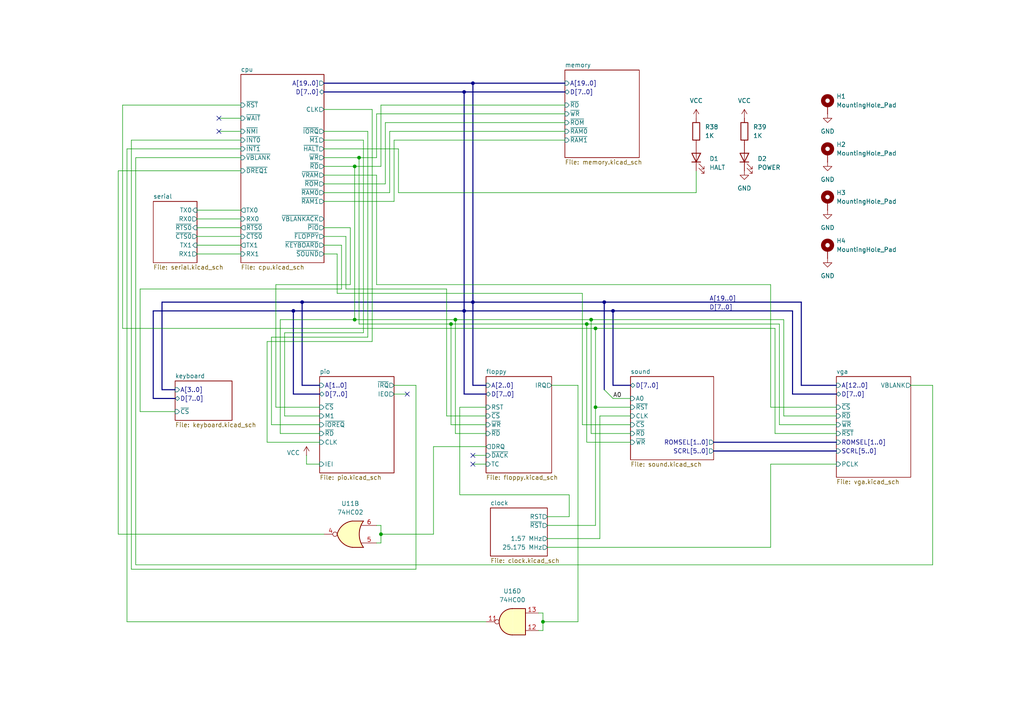
<source format=kicad_sch>
(kicad_sch (version 20250114) (generator "eeschema") (generator_version "9.0")
  (paper "A4")
  (lib_symbols
    (symbol "74xx:74HC00" (pin_names (offset 1.016))
      (property "Reference" "U" (at 0 1.27 0))
      (property "Value" "74HC00" (at 0 -1.27 0))
      (symbol "74HC00_1_1"
        (arc (start 0 3.81) (mid 3.7934 0) (end 0 -3.81) (stroke (width 0.254)) (fill (type background)))
        (polyline (pts (xy 0 3.81) (xy -3.81 3.81) (xy -3.81 -3.81) (xy 0 -3.81)) (stroke (width 0.254)) (fill (type background)))
        (pin input line (at -7.62 2.54 0) (length 3.81) (name "~") (number "1"))
        (pin input line (at -7.62 -2.54 0) (length 3.81) (name "~") (number "2"))
        (pin output inverted (at 7.62 0 180) (length 3.81) (name "~") (number "3"))
      )
      (symbol "74HC00_1_2"
        (arc (start -3.81 3.81) (mid -2.589 0) (end -3.81 -3.81) (stroke (width 0.254)))
        (polyline (pts (xy -3.81 3.81) (xy -0.635 3.81)) (stroke (width 0.254)) (fill (type background)))
        (polyline (pts (xy -3.81 -3.81) (xy -0.635 -3.81)) (stroke (width 0.254)) (fill (type background)))
        (arc (start 3.81 0) (mid 2.1855 -2.584) (end -0.6096 -3.81) (stroke (width 0.254)) (fill (type background)))
        (arc (start -0.6096 3.81) (mid 2.1928 2.5924) (end 3.81 0) (stroke (width 0.254)) (fill (type background)))
        (polyline (pts (xy -0.635 3.81) (xy -3.81 3.81) (xy -3.81 3.81) (xy -3.556 3.4036) (xy -3.0226 2.2606) (xy -2.6924 1.0414) (xy -2.6162 -0.254) (xy -2.7686 -1.4986) (xy -3.175 -2.7178) (xy -3.81 -3.81) (xy -3.81 -3.81) (xy -0.635 -3.81)) (stroke (width -25.4)) (fill (type background)))
        (pin input inverted (at -7.62 2.54 0) (length 4.318) (name "~") (number "1"))
        (pin input inverted (at -7.62 -2.54 0) (length 4.318) (name "~") (number "2"))
        (pin output line (at 7.62 0 180) (length 3.81) (name "~") (number "3"))
      )
      (symbol "74HC00_2_1"
        (arc (start 0 3.81) (mid 3.7934 0) (end 0 -3.81) (stroke (width 0.254)) (fill (type background)))
        (polyline (pts (xy 0 3.81) (xy -3.81 3.81) (xy -3.81 -3.81) (xy 0 -3.81)) (stroke (width 0.254)) (fill (type background)))
        (pin input line (at -7.62 2.54 0) (length 3.81) (name "~") (number "4"))
        (pin input line (at -7.62 -2.54 0) (length 3.81) (name "~") (number "5"))
        (pin output inverted (at 7.62 0 180) (length 3.81) (name "~") (number "6"))
      )
      (symbol "74HC00_2_2"
        (arc (start -3.81 3.81) (mid -2.589 0) (end -3.81 -3.81) (stroke (width 0.254)))
        (polyline (pts (xy -3.81 3.81) (xy -0.635 3.81)) (stroke (width 0.254)) (fill (type background)))
        (polyline (pts (xy -3.81 -3.81) (xy -0.635 -3.81)) (stroke (width 0.254)) (fill (type background)))
        (arc (start 3.81 0) (mid 2.1855 -2.584) (end -0.6096 -3.81) (stroke (width 0.254)) (fill (type background)))
        (arc (start -0.6096 3.81) (mid 2.1928 2.5924) (end 3.81 0) (stroke (width 0.254)) (fill (type background)))
        (polyline (pts (xy -0.635 3.81) (xy -3.81 3.81) (xy -3.81 3.81) (xy -3.556 3.4036) (xy -3.0226 2.2606) (xy -2.6924 1.0414) (xy -2.6162 -0.254) (xy -2.7686 -1.4986) (xy -3.175 -2.7178) (xy -3.81 -3.81) (xy -3.81 -3.81) (xy -0.635 -3.81)) (stroke (width -25.4)) (fill (type background)))
        (pin input inverted (at -7.62 2.54 0) (length 4.318) (name "~") (number "4"))
        (pin input inverted (at -7.62 -2.54 0) (length 4.318) (name "~") (number "5"))
        (pin output line (at 7.62 0 180) (length 3.81) (name "~") (number "6"))
      )
      (symbol "74HC00_3_1"
        (arc (start 0 3.81) (mid 3.7934 0) (end 0 -3.81) (stroke (width 0.254)) (fill (type background)))
        (polyline (pts (xy 0 3.81) (xy -3.81 3.81) (xy -3.81 -3.81) (xy 0 -3.81)) (stroke (width 0.254)) (fill (type background)))
        (pin input line (at -7.62 2.54 0) (length 3.81) (name "~") (number "9"))
        (pin input line (at -7.62 -2.54 0) (length 3.81) (name "~") (number "10"))
        (pin output inverted (at 7.62 0 180) (length 3.81) (name "~") (number "8"))
      )
      (symbol "74HC00_3_2"
        (arc (start -3.81 3.81) (mid -2.589 0) (end -3.81 -3.81) (stroke (width 0.254)))
        (polyline (pts (xy -3.81 3.81) (xy -0.635 3.81)) (stroke (width 0.254)) (fill (type background)))
        (polyline (pts (xy -3.81 -3.81) (xy -0.635 -3.81)) (stroke (width 0.254)) (fill (type background)))
        (arc (start 3.81 0) (mid 2.1855 -2.584) (end -0.6096 -3.81) (stroke (width 0.254)) (fill (type background)))
        (arc (start -0.6096 3.81) (mid 2.1928 2.5924) (end 3.81 0) (stroke (width 0.254)) (fill (type background)))
        (polyline (pts (xy -0.635 3.81) (xy -3.81 3.81) (xy -3.81 3.81) (xy -3.556 3.4036) (xy -3.0226 2.2606) (xy -2.6924 1.0414) (xy -2.6162 -0.254) (xy -2.7686 -1.4986) (xy -3.175 -2.7178) (xy -3.81 -3.81) (xy -3.81 -3.81) (xy -0.635 -3.81)) (stroke (width -25.4)) (fill (type background)))
        (pin input inverted (at -7.62 2.54 0) (length 4.318) (name "~") (number "9"))
        (pin input inverted (at -7.62 -2.54 0) (length 4.318) (name "~") (number "10"))
        (pin output line (at 7.62 0 180) (length 3.81) (name "~") (number "8"))
      )
      (symbol "74HC00_4_1"
        (arc (start 0 3.81) (mid 3.7934 0) (end 0 -3.81) (stroke (width 0.254)) (fill (type background)))
        (polyline (pts (xy 0 3.81) (xy -3.81 3.81) (xy -3.81 -3.81) (xy 0 -3.81)) (stroke (width 0.254)) (fill (type background)))
        (pin input line (at -7.62 2.54 0) (length 3.81) (name "~") (number "12"))
        (pin input line (at -7.62 -2.54 0) (length 3.81) (name "~") (number "13"))
        (pin output inverted (at 7.62 0 180) (length 3.81) (name "~") (number "11"))
      )
      (symbol "74HC00_4_2"
        (arc (start -3.81 3.81) (mid -2.589 0) (end -3.81 -3.81) (stroke (width 0.254)))
        (polyline (pts (xy -3.81 3.81) (xy -0.635 3.81)) (stroke (width 0.254)) (fill (type background)))
        (polyline (pts (xy -3.81 -3.81) (xy -0.635 -3.81)) (stroke (width 0.254)) (fill (type background)))
        (arc (start 3.81 0) (mid 2.1855 -2.584) (end -0.6096 -3.81) (stroke (width 0.254)) (fill (type background)))
        (arc (start -0.6096 3.81) (mid 2.1928 2.5924) (end 3.81 0) (stroke (width 0.254)) (fill (type background)))
        (polyline (pts (xy -0.635 3.81) (xy -3.81 3.81) (xy -3.81 3.81) (xy -3.556 3.4036) (xy -3.0226 2.2606) (xy -2.6924 1.0414) (xy -2.6162 -0.254) (xy -2.7686 -1.4986) (xy -3.175 -2.7178) (xy -3.81 -3.81) (xy -3.81 -3.81) (xy -0.635 -3.81)) (stroke (width -25.4)) (fill (type background)))
        (pin input inverted (at -7.62 2.54 0) (length 4.318) (name "~") (number "12"))
        (pin input inverted (at -7.62 -2.54 0) (length 4.318) (name "~") (number "13"))
        (pin output line (at 7.62 0 180) (length 3.81) (name "~") (number "11"))
      )
      (symbol "74HC00_5_0"
        (pin power_in line (at 0 12.7 270) (length 5.08) (name "VCC") (number "14"))
        (pin power_in line (at 0 -12.7 90) (length 5.08) (name "GND") (number "7"))
      )
      (symbol "74HC00_5_1"
        (rectangle (start -5.08 7.62) (end 5.08 -7.62) (stroke (width 0.254)) (fill (type background)))
      )
    )
    (symbol "74xx:74HC02" (pin_names (offset 1.016))
      (property "Reference" "U" (at 0 1.27 0))
      (property "Value" "74HC02" (at 0 -1.27 0))
      (symbol "74HC02_1_1"
        (arc (start -3.81 3.81) (mid -2.589 0) (end -3.81 -3.81) (stroke (width 0.254)))
        (polyline (pts (xy -3.81 3.81) (xy -0.635 3.81)) (stroke (width 0.254)) (fill (type background)))
        (polyline (pts (xy -3.81 -3.81) (xy -0.635 -3.81)) (stroke (width 0.254)) (fill (type background)))
        (arc (start 3.81 0) (mid 2.1855 -2.584) (end -0.6096 -3.81) (stroke (width 0.254)) (fill (type background)))
        (arc (start -0.6096 3.81) (mid 2.1928 2.5924) (end 3.81 0) (stroke (width 0.254)) (fill (type background)))
        (polyline (pts (xy -0.635 3.81) (xy -3.81 3.81) (xy -3.81 3.81) (xy -3.556 3.4036) (xy -3.0226 2.2606) (xy -2.6924 1.0414) (xy -2.6162 -0.254) (xy -2.7686 -1.4986) (xy -3.175 -2.7178) (xy -3.81 -3.81) (xy -3.81 -3.81) (xy -0.635 -3.81)) (stroke (width -25.4)) (fill (type background)))
        (pin input line (at -7.62 2.54 0) (length 4.318) (name "~") (number "2"))
        (pin input line (at -7.62 -2.54 0) (length 4.318) (name "~") (number "3"))
        (pin output inverted (at 7.62 0 180) (length 3.81) (name "~") (number "1"))
      )
      (symbol "74HC02_1_2"
        (arc (start 0 3.81) (mid 3.7934 0) (end 0 -3.81) (stroke (width 0.254)) (fill (type background)))
        (polyline (pts (xy 0 3.81) (xy -3.81 3.81) (xy -3.81 -3.81) (xy 0 -3.81)) (stroke (width 0.254)) (fill (type background)))
        (pin input inverted (at -7.62 2.54 0) (length 3.81) (name "~") (number "2"))
        (pin input inverted (at -7.62 -2.54 0) (length 3.81) (name "~") (number "3"))
        (pin output line (at 7.62 0 180) (length 3.81) (name "~") (number "1"))
      )
      (symbol "74HC02_2_1"
        (arc (start -3.81 3.81) (mid -2.589 0) (end -3.81 -3.81) (stroke (width 0.254)))
        (polyline (pts (xy -3.81 3.81) (xy -0.635 3.81)) (stroke (width 0.254)) (fill (type background)))
        (polyline (pts (xy -3.81 -3.81) (xy -0.635 -3.81)) (stroke (width 0.254)) (fill (type background)))
        (arc (start 3.81 0) (mid 2.1855 -2.584) (end -0.6096 -3.81) (stroke (width 0.254)) (fill (type background)))
        (arc (start -0.6096 3.81) (mid 2.1928 2.5924) (end 3.81 0) (stroke (width 0.254)) (fill (type background)))
        (polyline (pts (xy -0.635 3.81) (xy -3.81 3.81) (xy -3.81 3.81) (xy -3.556 3.4036) (xy -3.0226 2.2606) (xy -2.6924 1.0414) (xy -2.6162 -0.254) (xy -2.7686 -1.4986) (xy -3.175 -2.7178) (xy -3.81 -3.81) (xy -3.81 -3.81) (xy -0.635 -3.81)) (stroke (width -25.4)) (fill (type background)))
        (pin input line (at -7.62 2.54 0) (length 4.318) (name "~") (number "5"))
        (pin input line (at -7.62 -2.54 0) (length 4.318) (name "~") (number "6"))
        (pin output inverted (at 7.62 0 180) (length 3.81) (name "~") (number "4"))
      )
      (symbol "74HC02_2_2"
        (arc (start 0 3.81) (mid 3.7934 0) (end 0 -3.81) (stroke (width 0.254)) (fill (type background)))
        (polyline (pts (xy 0 3.81) (xy -3.81 3.81) (xy -3.81 -3.81) (xy 0 -3.81)) (stroke (width 0.254)) (fill (type background)))
        (pin input inverted (at -7.62 2.54 0) (length 3.81) (name "~") (number "5"))
        (pin input inverted (at -7.62 -2.54 0) (length 3.81) (name "~") (number "6"))
        (pin output line (at 7.62 0 180) (length 3.81) (name "~") (number "4"))
      )
      (symbol "74HC02_3_1"
        (arc (start -3.81 3.81) (mid -2.589 0) (end -3.81 -3.81) (stroke (width 0.254)))
        (polyline (pts (xy -3.81 3.81) (xy -0.635 3.81)) (stroke (width 0.254)) (fill (type background)))
        (polyline (pts (xy -3.81 -3.81) (xy -0.635 -3.81)) (stroke (width 0.254)) (fill (type background)))
        (arc (start 3.81 0) (mid 2.1855 -2.584) (end -0.6096 -3.81) (stroke (width 0.254)) (fill (type background)))
        (arc (start -0.6096 3.81) (mid 2.1928 2.5924) (end 3.81 0) (stroke (width 0.254)) (fill (type background)))
        (polyline (pts (xy -0.635 3.81) (xy -3.81 3.81) (xy -3.81 3.81) (xy -3.556 3.4036) (xy -3.0226 2.2606) (xy -2.6924 1.0414) (xy -2.6162 -0.254) (xy -2.7686 -1.4986) (xy -3.175 -2.7178) (xy -3.81 -3.81) (xy -3.81 -3.81) (xy -0.635 -3.81)) (stroke (width -25.4)) (fill (type background)))
        (pin input line (at -7.62 2.54 0) (length 4.318) (name "~") (number "8"))
        (pin input line (at -7.62 -2.54 0) (length 4.318) (name "~") (number "9"))
        (pin output inverted (at 7.62 0 180) (length 3.81) (name "~") (number "10"))
      )
      (symbol "74HC02_3_2"
        (arc (start 0 3.81) (mid 3.7934 0) (end 0 -3.81) (stroke (width 0.254)) (fill (type background)))
        (polyline (pts (xy 0 3.81) (xy -3.81 3.81) (xy -3.81 -3.81) (xy 0 -3.81)) (stroke (width 0.254)) (fill (type background)))
        (pin input inverted (at -7.62 2.54 0) (length 3.81) (name "~") (number "8"))
        (pin input inverted (at -7.62 -2.54 0) (length 3.81) (name "~") (number "9"))
        (pin output line (at 7.62 0 180) (length 3.81) (name "~") (number "10"))
      )
      (symbol "74HC02_4_1"
        (arc (start -3.81 3.81) (mid -2.589 0) (end -3.81 -3.81) (stroke (width 0.254)))
        (polyline (pts (xy -3.81 3.81) (xy -0.635 3.81)) (stroke (width 0.254)) (fill (type background)))
        (polyline (pts (xy -3.81 -3.81) (xy -0.635 -3.81)) (stroke (width 0.254)) (fill (type background)))
        (arc (start 3.81 0) (mid 2.1855 -2.584) (end -0.6096 -3.81) (stroke (width 0.254)) (fill (type background)))
        (arc (start -0.6096 3.81) (mid 2.1928 2.5924) (end 3.81 0) (stroke (width 0.254)) (fill (type background)))
        (polyline (pts (xy -0.635 3.81) (xy -3.81 3.81) (xy -3.81 3.81) (xy -3.556 3.4036) (xy -3.0226 2.2606) (xy -2.6924 1.0414) (xy -2.6162 -0.254) (xy -2.7686 -1.4986) (xy -3.175 -2.7178) (xy -3.81 -3.81) (xy -3.81 -3.81) (xy -0.635 -3.81)) (stroke (width -25.4)) (fill (type background)))
        (pin input line (at -7.62 2.54 0) (length 4.318) (name "~") (number "11"))
        (pin input line (at -7.62 -2.54 0) (length 4.318) (name "~") (number "12"))
        (pin output inverted (at 7.62 0 180) (length 3.81) (name "~") (number "13"))
      )
      (symbol "74HC02_4_2"
        (arc (start 0 3.81) (mid 3.7934 0) (end 0 -3.81) (stroke (width 0.254)) (fill (type background)))
        (polyline (pts (xy 0 3.81) (xy -3.81 3.81) (xy -3.81 -3.81) (xy 0 -3.81)) (stroke (width 0.254)) (fill (type background)))
        (pin input inverted (at -7.62 2.54 0) (length 3.81) (name "~") (number "11"))
        (pin input inverted (at -7.62 -2.54 0) (length 3.81) (name "~") (number "12"))
        (pin output line (at 7.62 0 180) (length 3.81) (name "~") (number "13"))
      )
      (symbol "74HC02_5_0"
        (pin power_in line (at 0 12.7 270) (length 5.08) (name "VCC") (number "14"))
        (pin power_in line (at 0 -12.7 90) (length 5.08) (name "GND") (number "7"))
      )
      (symbol "74HC02_5_1"
        (rectangle (start -5.08 7.62) (end 5.08 -7.62) (stroke (width 0.254)) (fill (type background)))
      )
    )
    (symbol "Device:LED" (pin_numbers (hide yes)) (pin_names (offset 1.016) (hide yes))
      (property "Reference" "D" (at 0 2.54 0))
      (property "Value" "LED" (at 0 -2.54 0))
      (symbol "LED_0_1"
        (polyline (pts (xy -3.048 -0.762) (xy -4.572 -2.286) (xy -3.81 -2.286) (xy -4.572 -2.286) (xy -4.572 -1.524)))
        (polyline (pts (xy -1.778 -0.762) (xy -3.302 -2.286) (xy -2.54 -2.286) (xy -3.302 -2.286) (xy -3.302 -1.524)))
        (polyline (pts (xy -1.27 0) (xy 1.27 0)))
        (polyline (pts (xy -1.27 -1.27) (xy -1.27 1.27)) (stroke (width 0.254)))
        (polyline (pts (xy 1.27 -1.27) (xy 1.27 1.27) (xy -1.27 0) (xy 1.27 -1.27)) (stroke (width 0.254)))
      )
      (symbol "LED_1_1"
        (pin passive line (at -3.81 0 0) (length 2.54) (name "K") (number "1"))
        (pin passive line (at 3.81 0 180) (length 2.54) (name "A") (number "2"))
      )
    )
    (symbol "Device:R" (pin_numbers (hide yes)) (pin_names (offset 0))
      (property "Reference" "R" (at 2.032 0 90))
      (property "Value" "R" (at 0 0 90))
      (symbol "R_0_1"
        (rectangle (start -1.016 -2.54) (end 1.016 2.54) (stroke (width 0.254)))
      )
      (symbol "R_1_1"
        (pin passive line (at 0 3.81 270) (length 1.27) (name "~") (number "1"))
        (pin passive line (at 0 -3.81 90) (length 1.27) (name "~") (number "2"))
      )
    )
    (symbol "Mechanical:MountingHole_Pad" (pin_numbers (hide yes)) (pin_names (offset 1.016) (hide yes)) (exclude_from_sim yes) (in_bom no)
      (property "Reference" "H" (at 0 6.35 0))
      (property "Value" "MountingHole_Pad" (at 0 4.445 0))
      (symbol "MountingHole_Pad_0_1"
        (circle (center 0 1.27) (radius 1.27) (stroke (width 1.27)))
      )
      (symbol "MountingHole_Pad_1_1"
        (pin input line (at 0 -2.54 90) (length 2.54) (name "1") (number "1"))
      )
    )
    (symbol "power:GND" (power) (pin_numbers (hide yes)) (pin_names (offset 0) (hide yes))
      (property "Value" "GND" (at 0 -3.81 0))
      (symbol "GND_0_1"
        (polyline (pts (xy 0 0) (xy 0 -1.27) (xy 1.27 -1.27) (xy 0 -2.54) (xy -1.27 -1.27) (xy 0 -1.27)))
      )
      (symbol "GND_1_1"
        (pin power_in line (at 0 0 270) (length 0) (name "~") (number "1"))
      )
    )
    (symbol "power:VCC" (power) (pin_numbers (hide yes)) (pin_names (offset 0) (hide yes))
      (property "Value" "VCC" (at 0 3.556 0))
      (symbol "VCC_0_1"
        (polyline (pts (xy -0.762 1.27) (xy 0 2.54)))
        (polyline (pts (xy 0 2.54) (xy 0.762 1.27)))
        (polyline (pts (xy 0 0) (xy 0 2.54)))
      )
      (symbol "VCC_1_1"
        (pin power_in line (at 0 0 90) (length 0) (name "~") (number "1"))
      )
    )
  )
  (junction (at 134.62 90.17))
  (junction (at 171.45 92.71))
  (junction (at 85.09 90.17))
  (junction (at 137.16 87.63))
  (junction (at 102.87 92.71))
  (junction (at 130.81 93.98))
  (junction (at 102.87 48.26))
  (junction (at 87.63 87.63))
  (junction (at 137.16 24.13))
  (junction (at 175.26 87.63))
  (junction (at 132.08 92.71))
  (junction (at 157.48 180.34))
  (junction (at 110.49 154.94))
  (junction (at 134.62 26.67))
  (junction (at 172.72 95.25))
  (junction (at 170.18 93.98))
  (junction (at 172.72 118.11))
  (junction (at 177.8 90.17))
  (junction (at 104.14 45.72))
  (no_connect (at 137.16 134.62))
  (no_connect (at 63.5 34.29))
  (no_connect (at 63.5 38.1))
  (no_connect (at 137.16 132.08))
  (no_connect (at 118.11 114.3))
  (bus_entry (at 175.26 113.03) (size 2.54 2.54))
  (wire (pts (xy 88.9 134.62) (xy 92.71 134.62)))
  (wire (pts (xy 158.75 156.21) (xy 173.99 156.21)))
  (bus (pts (xy 85.09 90.17) (xy 134.62 90.17)))
  (wire (pts (xy 168.91 85.09) (xy 168.91 123.19)))
  (wire (pts (xy 171.45 92.71) (xy 171.45 125.73)))
  (wire (pts (xy 115.57 55.88) (xy 201.93 55.88)))
  (wire (pts (xy 137.16 134.62) (xy 140.97 134.62)))
  (wire (pts (xy 133.35 143.51) (xy 165.1 143.51)))
  (wire (pts (xy 114.3 111.76) (xy 120.65 111.76)))
  (bus (pts (xy 137.16 24.13) (xy 137.16 87.63)))
  (wire (pts (xy 104.14 93.98) (xy 130.81 93.98)))
  (wire (pts (xy 97.79 73.66) (xy 97.79 85.09)))
  (wire (pts (xy 120.65 165.1) (xy 38.1 165.1)))
  (wire (pts (xy 110.49 157.48) (xy 110.49 154.94)))
  (wire (pts (xy 158.75 152.4) (xy 172.72 152.4)))
  (wire (pts (xy 81.28 92.71) (xy 102.87 92.71)))
  (wire (pts (xy 63.5 34.29) (xy 69.85 34.29)))
  (wire (pts (xy 97.79 85.09) (xy 168.91 85.09)))
  (wire (pts (xy 157.48 180.34) (xy 157.48 177.8)))
  (wire (pts (xy 172.72 95.25) (xy 172.72 118.11)))
  (wire (pts (xy 171.45 92.71) (xy 227.33 92.71)))
  (bus (pts (xy 134.62 90.17) (xy 134.62 114.3)))
  (wire (pts (xy 182.88 128.27) (xy 170.18 128.27)))
  (bus (pts (xy 137.16 87.63) (xy 175.26 87.63)))
  (wire (pts (xy 111.76 35.56) (xy 163.83 35.56)))
  (wire (pts (xy 107.95 99.06) (xy 77.47 99.06)))
  (wire (pts (xy 93.98 43.18) (xy 115.57 43.18)))
  (wire (pts (xy 170.18 93.98) (xy 226.06 93.98)))
  (wire (pts (xy 270.51 163.83) (xy 270.51 111.76)))
  (bus (pts (xy 134.62 26.67) (xy 134.62 90.17)))
  (wire (pts (xy 80.01 82.55) (xy 80.01 118.11)))
  (wire (pts (xy 77.47 99.06) (xy 77.47 128.27)))
  (bus (pts (xy 175.26 87.63) (xy 175.26 113.03)))
  (wire (pts (xy 224.79 95.25) (xy 224.79 125.73)))
  (wire (pts (xy 226.06 123.19) (xy 242.57 123.19)))
  (wire (pts (xy 93.98 68.58) (xy 100.33 68.58)))
  (wire (pts (xy 173.99 156.21) (xy 173.99 120.65)))
  (wire (pts (xy 110.49 48.26) (xy 102.87 48.26)))
  (wire (pts (xy 172.72 118.11) (xy 182.88 118.11)))
  (wire (pts (xy 101.6 66.04) (xy 101.6 82.55)))
  (wire (pts (xy 129.54 83.82) (xy 129.54 120.65)))
  (wire (pts (xy 93.98 66.04) (xy 101.6 66.04)))
  (wire (pts (xy 109.22 45.72) (xy 109.22 33.02)))
  (bus (pts (xy 87.63 87.63) (xy 87.63 111.76)))
  (bus (pts (xy 92.71 114.3) (xy 85.09 114.3)))
  (wire (pts (xy 115.57 43.18) (xy 115.57 55.88)))
  (wire (pts (xy 140.97 118.11) (xy 133.35 118.11)))
  (wire (pts (xy 57.15 71.12) (xy 69.85 71.12)))
  (bus (pts (xy 93.98 24.13) (xy 137.16 24.13)))
  (bus (pts (xy 137.16 111.76) (xy 137.16 87.63)))
  (wire (pts (xy 93.98 53.34) (xy 111.76 53.34)))
  (bus (pts (xy 44.45 90.17) (xy 85.09 90.17)))
  (wire (pts (xy 125.73 154.94) (xy 110.49 154.94)))
  (wire (pts (xy 120.65 111.76) (xy 120.65 165.1)))
  (wire (pts (xy 93.98 31.75) (xy 107.95 31.75)))
  (wire (pts (xy 132.08 92.71) (xy 171.45 92.71)))
  (bus (pts (xy 177.8 90.17) (xy 229.87 90.17)))
  (wire (pts (xy 35.56 95.25) (xy 172.72 95.25)))
  (bus (pts (xy 232.41 87.63) (xy 232.41 111.76)))
  (wire (pts (xy 80.01 118.11) (xy 92.71 118.11)))
  (wire (pts (xy 170.18 93.98) (xy 170.18 128.27)))
  (wire (pts (xy 110.49 30.48) (xy 163.83 30.48)))
  (wire (pts (xy 223.52 134.62) (xy 242.57 134.62)))
  (wire (pts (xy 113.03 55.88) (xy 113.03 38.1)))
  (wire (pts (xy 105.41 96.52) (xy 82.55 96.52)))
  (wire (pts (xy 182.88 125.73) (xy 171.45 125.73)))
  (wire (pts (xy 106.68 38.1) (xy 106.68 97.79)))
  (wire (pts (xy 140.97 129.54) (xy 125.73 129.54)))
  (wire (pts (xy 157.48 182.88) (xy 157.48 180.34)))
  (wire (pts (xy 36.83 43.18) (xy 69.85 43.18)))
  (wire (pts (xy 177.8 115.57) (xy 182.88 115.57)))
  (wire (pts (xy 93.98 71.12) (xy 99.06 71.12)))
  (wire (pts (xy 270.51 111.76) (xy 264.16 111.76)))
  (wire (pts (xy 223.52 158.75) (xy 223.52 134.62)))
  (bus (pts (xy 134.62 26.67) (xy 163.83 26.67)))
  (wire (pts (xy 223.52 118.11) (xy 242.57 118.11)))
  (wire (pts (xy 39.37 163.83) (xy 270.51 163.83)))
  (wire (pts (xy 100.33 68.58) (xy 100.33 83.82)))
  (wire (pts (xy 102.87 48.26) (xy 102.87 92.71)))
  (wire (pts (xy 78.74 97.79) (xy 78.74 123.19)))
  (bus (pts (xy 44.45 90.17) (xy 44.45 115.57)))
  (wire (pts (xy 114.3 58.42) (xy 114.3 40.64)))
  (wire (pts (xy 34.29 49.53) (xy 34.29 154.94)))
  (wire (pts (xy 38.1 40.64) (xy 69.85 40.64)))
  (wire (pts (xy 165.1 143.51) (xy 165.1 149.86)))
  (wire (pts (xy 110.49 152.4) (xy 109.22 152.4)))
  (wire (pts (xy 102.87 92.71) (xy 132.08 92.71)))
  (wire (pts (xy 100.33 83.82) (xy 129.54 83.82)))
  (wire (pts (xy 132.08 125.73) (xy 140.97 125.73)))
  (wire (pts (xy 63.5 38.1) (xy 69.85 38.1)))
  (wire (pts (xy 172.72 95.25) (xy 224.79 95.25)))
  (wire (pts (xy 133.35 118.11) (xy 133.35 143.51)))
  (bus (pts (xy 46.99 87.63) (xy 46.99 113.03)))
  (wire (pts (xy 35.56 30.48) (xy 69.85 30.48)))
  (wire (pts (xy 111.76 53.34) (xy 111.76 35.56)))
  (wire (pts (xy 130.81 93.98) (xy 170.18 93.98)))
  (wire (pts (xy 227.33 92.71) (xy 227.33 120.65)))
  (bus (pts (xy 93.98 26.67) (xy 134.62 26.67)))
  (bus (pts (xy 134.62 114.3) (xy 140.97 114.3)))
  (wire (pts (xy 114.3 114.3) (xy 118.11 114.3)))
  (wire (pts (xy 137.16 132.08) (xy 140.97 132.08)))
  (bus (pts (xy 134.62 90.17) (xy 177.8 90.17)))
  (bus (pts (xy 87.63 111.76) (xy 92.71 111.76)))
  (wire (pts (xy 201.93 55.88) (xy 201.93 49.53)))
  (wire (pts (xy 106.68 97.79) (xy 78.74 97.79)))
  (wire (pts (xy 130.81 93.98) (xy 130.81 123.19)))
  (wire (pts (xy 160.02 111.76) (xy 167.64 111.76)))
  (bus (pts (xy 207.01 130.81) (xy 242.57 130.81)))
  (wire (pts (xy 110.49 154.94) (xy 110.49 152.4)))
  (wire (pts (xy 77.47 128.27) (xy 92.71 128.27)))
  (wire (pts (xy 172.72 152.4) (xy 172.72 118.11)))
  (bus (pts (xy 229.87 114.3) (xy 242.57 114.3)))
  (wire (pts (xy 223.52 82.55) (xy 223.52 118.11)))
  (wire (pts (xy 130.81 123.19) (xy 140.97 123.19)))
  (wire (pts (xy 157.48 177.8) (xy 156.21 177.8)))
  (wire (pts (xy 109.22 50.8) (xy 109.22 82.55)))
  (wire (pts (xy 224.79 125.73) (xy 242.57 125.73)))
  (wire (pts (xy 40.64 119.38) (xy 50.8 119.38)))
  (bus (pts (xy 177.8 111.76) (xy 177.8 90.17)))
  (wire (pts (xy 156.21 182.88) (xy 157.48 182.88)))
  (wire (pts (xy 40.64 83.82) (xy 40.64 119.38)))
  (wire (pts (xy 34.29 154.94) (xy 93.98 154.94)))
  (wire (pts (xy 93.98 58.42) (xy 114.3 58.42)))
  (bus (pts (xy 46.99 87.63) (xy 87.63 87.63)))
  (wire (pts (xy 93.98 40.64) (xy 105.41 40.64)))
  (wire (pts (xy 105.41 40.64) (xy 105.41 96.52)))
  (wire (pts (xy 110.49 48.26) (xy 110.49 30.48)))
  (bus (pts (xy 87.63 87.63) (xy 137.16 87.63)))
  (wire (pts (xy 114.3 40.64) (xy 163.83 40.64)))
  (wire (pts (xy 38.1 165.1) (xy 38.1 40.64)))
  (bus (pts (xy 232.41 111.76) (xy 242.57 111.76)))
  (wire (pts (xy 82.55 96.52) (xy 82.55 120.65)))
  (wire (pts (xy 93.98 55.88) (xy 113.03 55.88)))
  (wire (pts (xy 35.56 95.25) (xy 35.56 30.48)))
  (wire (pts (xy 173.99 120.65) (xy 182.88 120.65)))
  (bus (pts (xy 229.87 90.17) (xy 229.87 114.3)))
  (wire (pts (xy 93.98 73.66) (xy 97.79 73.66)))
  (wire (pts (xy 109.22 33.02) (xy 163.83 33.02)))
  (wire (pts (xy 88.9 132.08) (xy 88.9 134.62)))
  (wire (pts (xy 104.14 45.72) (xy 109.22 45.72)))
  (wire (pts (xy 99.06 83.82) (xy 40.64 83.82)))
  (wire (pts (xy 167.64 111.76) (xy 167.64 180.34)))
  (wire (pts (xy 57.15 68.58) (xy 69.85 68.58)))
  (wire (pts (xy 93.98 38.1) (xy 106.68 38.1)))
  (wire (pts (xy 99.06 71.12) (xy 99.06 83.82)))
  (wire (pts (xy 69.85 49.53) (xy 34.29 49.53)))
  (wire (pts (xy 109.22 82.55) (xy 223.52 82.55)))
  (wire (pts (xy 227.33 120.65) (xy 242.57 120.65)))
  (bus (pts (xy 85.09 90.17) (xy 85.09 114.3)))
  (wire (pts (xy 57.15 66.04) (xy 69.85 66.04)))
  (wire (pts (xy 69.85 45.72) (xy 39.37 45.72)))
  (wire (pts (xy 39.37 45.72) (xy 39.37 163.83)))
  (wire (pts (xy 36.83 43.18) (xy 36.83 180.34)))
  (wire (pts (xy 57.15 63.5) (xy 69.85 63.5)))
  (wire (pts (xy 168.91 123.19) (xy 182.88 123.19)))
  (wire (pts (xy 57.15 60.96) (xy 69.85 60.96)))
  (wire (pts (xy 158.75 158.75) (xy 223.52 158.75)))
  (wire (pts (xy 129.54 120.65) (xy 140.97 120.65)))
  (wire (pts (xy 82.55 120.65) (xy 92.71 120.65)))
  (wire (pts (xy 125.73 129.54) (xy 125.73 154.94)))
  (wire (pts (xy 104.14 45.72) (xy 104.14 93.98)))
  (bus (pts (xy 207.01 128.27) (xy 242.57 128.27)))
  (wire (pts (xy 107.95 31.75) (xy 107.95 99.06)))
  (wire (pts (xy 140.97 180.34) (xy 36.83 180.34)))
  (wire (pts (xy 113.03 38.1) (xy 163.83 38.1)))
  (wire (pts (xy 93.98 48.26) (xy 102.87 48.26)))
  (wire (pts (xy 104.14 45.72) (xy 93.98 45.72)))
  (bus (pts (xy 175.26 87.63) (xy 232.41 87.63)))
  (wire (pts (xy 226.06 93.98) (xy 226.06 123.19)))
  (bus (pts (xy 137.16 111.76) (xy 140.97 111.76)))
  (wire (pts (xy 165.1 149.86) (xy 158.75 149.86)))
  (wire (pts (xy 93.98 50.8) (xy 109.22 50.8)))
  (wire (pts (xy 132.08 92.71) (xy 132.08 125.73)))
  (wire (pts (xy 78.74 123.19) (xy 92.71 123.19)))
  (bus (pts (xy 137.16 24.13) (xy 163.83 24.13)))
  (wire (pts (xy 57.15 73.66) (xy 69.85 73.66)))
  (wire (pts (xy 109.22 157.48) (xy 110.49 157.48)))
  (bus (pts (xy 46.99 113.03) (xy 50.8 113.03)))
  (wire (pts (xy 81.28 92.71) (xy 81.28 125.73)))
  (wire (pts (xy 101.6 82.55) (xy 80.01 82.55)))
  (bus (pts (xy 44.45 115.57) (xy 50.8 115.57)))
  (wire (pts (xy 81.28 125.73) (xy 92.71 125.73)))
  (wire (pts (xy 167.64 180.34) (xy 157.48 180.34)))
  (bus (pts (xy 182.88 111.76) (xy 177.8 111.76)))
  (label "A0" (at 177.8 115.57 0))
  (label "D[7..0]" (at 205.74 90.17 0))
  (label "A[19..0]" (at 205.74 87.63 0))
  (symbol (lib_id "74xx:74HC02") (at 101.6 154.94 180) (unit 2)
    (property "Reference" "U11" (at 101.6 146.05 0))
    (property "Value" "74HC02" (at 101.6 148.59 0))
    (property "Footprint" "Package_DIP:DIP-14_W7.62mm" (effects (hide yes)))
    (property "Datasheet" "http://www.ti.com/lit/gpn/sn74hc02" (effects (hide yes)))
    (property "Description" "quad 2-input NOR gate" (effects (hide yes)))
  )
  (symbol (lib_id "74xx:74HC00") (at 148.59 180.34 180) (unit 4)
    (property "Reference" "U16" (at 148.5983 171.45 0))
    (property "Value" "74HC00" (at 148.5983 173.99 0))
    (property "Footprint" "Package_DIP:DIP-14_W7.62mm" (effects (hide yes)))
    (property "Datasheet" "http://www.ti.com/lit/gpn/sn74hc00" (effects (hide yes)))
    (property "Description" "quad 2-input NAND gate" (effects (hide yes)))
  )
  (symbol (lib_id "Mechanical:MountingHole_Pad") (at 240.03 44.45 0) (unit 1) (exclude_from_sim yes) (in_bom no)
    (property "Reference" "H2" (at 242.57 41.9099 0) (effects (justify left)))
    (property "Value" "MountingHole_Pad" (at 242.57 44.4499 0) (effects (justify left)))
    (property "Footprint" "MountingHole:MountingHole_3.2mm_M3_Pad_Via" (effects (hide yes)))
    (property "Description" "Mounting Hole with connection" (effects (hide yes)))
  )
  (symbol (lib_id "power:VCC") (at 201.93 34.29 0) (unit 1)
    (property "Reference" "#PWR087" (effects (hide yes)))
    (property "Value" "VCC" (at 201.93 29.21 0))
    (property "Description" "Power symbol creates a global label with name \"VCC\"" (effects (hide yes)))
  )
  (symbol (lib_id "Device:LED") (at 201.93 45.72 90) (unit 1)
    (property "Reference" "D1" (at 205.74 46.0374 90) (effects (justify right)))
    (property "Value" "HALT" (at 205.74 48.5774 90) (effects (justify right)))
    (property "Footprint" "LED_THT:LED_D5.0mm" (effects (hide yes)))
    (property "Description" "Light emitting diode" (effects (hide yes)))
  )
  (symbol (lib_id "Mechanical:MountingHole_Pad") (at 240.03 30.48 0) (unit 1) (exclude_from_sim yes) (in_bom no)
    (property "Reference" "H1" (at 242.57 27.9399 0) (effects (justify left)))
    (property "Value" "MountingHole_Pad" (at 242.57 30.4799 0) (effects (justify left)))
    (property "Footprint" "MountingHole:MountingHole_3.2mm_M3_Pad_Via" (effects (hide yes)))
    (property "Description" "Mounting Hole with connection" (effects (hide yes)))
  )
  (symbol (lib_id "Mechanical:MountingHole_Pad") (at 240.03 58.42 0) (unit 1) (exclude_from_sim yes) (in_bom no)
    (property "Reference" "H3" (at 242.57 55.8799 0) (effects (justify left)))
    (property "Value" "MountingHole_Pad" (at 242.57 58.4199 0) (effects (justify left)))
    (property "Footprint" "MountingHole:MountingHole_3.2mm_M3_Pad_Via" (effects (hide yes)))
    (property "Description" "Mounting Hole with connection" (effects (hide yes)))
  )
  (symbol (lib_id "Device:R") (at 215.9 38.1 0) (unit 1)
    (property "Reference" "R39" (at 218.44 36.8299 0) (effects (justify left)))
    (property "Value" "1K" (at 218.44 39.3699 0) (effects (justify left)))
    (property "Footprint" "Resistor_THT:R_Axial_DIN0207_L6.3mm_D2.5mm_P7.62mm_Horizontal" (effects (hide yes)))
    (property "Description" "Resistor" (effects (hide yes)))
  )
  (symbol (lib_id "power:GND") (at 215.9 49.53 0) (unit 1)
    (property "Reference" "#PWR0190" (effects (hide yes)))
    (property "Value" "GND" (at 215.9 54.61 0))
    (property "Description" "Power symbol creates a global label with name \"GND\" , ground" (effects (hide yes)))
  )
  (symbol (lib_id "power:GND") (at 240.03 74.93 0) (unit 1)
    (property "Reference" "#PWR0103" (effects (hide yes)))
    (property "Value" "GND" (at 240.03 80.01 0))
    (property "Description" "Power symbol creates a global label with name \"GND\" , ground" (effects (hide yes)))
  )
  (symbol (lib_id "power:GND") (at 240.03 46.99 0) (unit 1)
    (property "Reference" "#PWR0101" (effects (hide yes)))
    (property "Value" "GND" (at 240.03 52.07 0))
    (property "Description" "Power symbol creates a global label with name \"GND\" , ground" (effects (hide yes)))
  )
  (symbol (lib_id "Mechanical:MountingHole_Pad") (at 240.03 72.39 0) (unit 1) (exclude_from_sim yes) (in_bom no)
    (property "Reference" "H4" (at 242.57 69.8499 0) (effects (justify left)))
    (property "Value" "MountingHole_Pad" (at 242.57 72.3899 0) (effects (justify left)))
    (property "Footprint" "MountingHole:MountingHole_3.2mm_M3_Pad_Via" (effects (hide yes)))
    (property "Description" "Mounting Hole with connection" (effects (hide yes)))
  )
  (symbol (lib_id "power:VCC") (at 215.9 34.29 0) (unit 1)
    (property "Reference" "#PWR0166" (effects (hide yes)))
    (property "Value" "VCC" (at 215.9 29.21 0))
    (property "Description" "Power symbol creates a global label with name \"VCC\"" (effects (hide yes)))
  )
  (symbol (lib_id "Device:R") (at 201.93 38.1 0) (unit 1)
    (property "Reference" "R38" (at 204.47 36.8299 0) (effects (justify left)))
    (property "Value" "1K" (at 204.47 39.3699 0) (effects (justify left)))
    (property "Footprint" "Resistor_THT:R_Axial_DIN0207_L6.3mm_D2.5mm_P7.62mm_Horizontal" (effects (hide yes)))
    (property "Description" "Resistor" (effects (hide yes)))
  )
  (symbol (lib_id "power:GND") (at 240.03 33.02 0) (unit 1)
    (property "Reference" "#PWR0104" (effects (hide yes)))
    (property "Value" "GND" (at 240.03 38.1 0))
    (property "Description" "Power symbol creates a global label with name \"GND\" , ground" (effects (hide yes)))
  )
  (symbol (lib_id "power:GND") (at 240.03 60.96 0) (unit 1)
    (property "Reference" "#PWR0102" (effects (hide yes)))
    (property "Value" "GND" (at 240.03 66.04 0))
    (property "Description" "Power symbol creates a global label with name \"GND\" , ground" (effects (hide yes)))
  )
  (symbol (lib_id "power:VCC") (at 88.9 132.08 0) (unit 1)
    (property "Reference" "#PWR0152" (effects (hide yes)))
    (property "Value" "VCC" (at 85.09 131.318 0))
    (property "Description" "Power symbol creates a global label with name \"VCC\"" (effects (hide yes)))
  )
  (symbol (lib_id "Device:LED") (at 215.9 45.72 90) (unit 1)
    (property "Reference" "D2" (at 219.71 46.0374 90) (effects (justify right)))
    (property "Value" "POWER" (at 219.71 48.5774 90) (effects (justify right)))
    (property "Footprint" "LED_THT:LED_D5.0mm" (effects (hide yes)))
    (property "Description" "Light emitting diode" (effects (hide yes)))
  )
  (sheet (at 182.88 109.22) (size 24.13 24.13) (stroke (width 0.1524))
    (property "Sheetname" "sound" (at 182.88 108.5084 0) (effects (justify left bottom)))
    (property "Sheetfile" "sound.kicad_sch" (at 182.88 133.9346 0) (effects (justify left top)))
    (pin "D[7..0]" bidirectional (at 182.88 111.76 180))
    (pin "~{RST}" input (at 182.88 118.11 180))
    (pin "CLK" input (at 182.88 120.65 180))
    (pin "~{RD}" input (at 182.88 125.73 180))
    (pin "~{CS}" input (at 182.88 123.19 180))
    (pin "~{WR}" input (at 182.88 128.27 180))
    (pin "SCRL[5..0]" output (at 207.01 130.81 0))
    (pin "ROMSEL[1..0]" output (at 207.01 128.27 0))
    (pin "A0" input (at 182.88 115.57 180))
  )
  (sheet (at 92.71 109.22) (size 21.59 27.94) (stroke (width 0.1524))
    (property "Sheetname" "pio" (at 92.71 108.5084 0) (effects (justify left bottom)))
    (property "Sheetfile" "pio.kicad_sch" (at 92.71 137.7446 0) (effects (justify left top)))
    (pin "~{CS}" input (at 92.71 118.11 180))
    (pin "M1" input (at 92.71 120.65 180))
    (pin "~{IOREQ}" input (at 92.71 123.19 180))
    (pin "~{RD}" input (at 92.71 125.73 180))
    (pin "CLK" input (at 92.71 128.27 180))
    (pin "IEI" input (at 92.71 134.62 180))
    (pin "IEO" output (at 114.3 114.3 0))
    (pin "D[7..0]" bidirectional (at 92.71 114.3 180))
    (pin "~{IRQ}" output (at 114.3 111.76 0))
    (pin "A[1..0]" input (at 92.71 111.76 180))
  )
  (sheet (at 50.8 110.49) (size 16.51 11.43) (stroke (width 0.1524))
    (property "Sheetname" "keyboard" (at 50.8 109.7784 0) (effects (justify left bottom)))
    (property "Sheetfile" "keyboard.kicad_sch" (at 50.8 122.5046 0) (effects (justify left top)))
    (pin "D[7..0]" tri_state (at 50.8 115.57 180))
    (pin "~{CS}" input (at 50.8 119.38 180))
    (pin "A[3..0]" input (at 50.8 113.03 180))
  )
  (sheet (at 44.45 58.42) (size 12.7 17.78) (stroke (width 0.1524))
    (property "Sheetname" "serial" (at 44.45 57.7084 0) (effects (justify left bottom)))
    (property "Sheetfile" "serial.kicad_sch" (at 44.45 76.7846 0) (effects (justify left top)))
    (pin "TX0" input (at 57.15 60.96 0))
    (pin "~{RTS0}" input (at 57.15 66.04 0))
    (pin "RX0" output (at 57.15 63.5 0))
    (pin "~{CTS0}" output (at 57.15 68.58 0))
    (pin "TX1" input (at 57.15 71.12 0))
    (pin "RX1" output (at 57.15 73.66 0))
  )
  (sheet (at 140.97 109.22) (size 19.05 27.94) (stroke (width 0.1524))
    (property "Sheetname" "floppy" (at 140.97 108.5084 0) (effects (justify left bottom)))
    (property "Sheetfile" "floppy.kicad_sch" (at 140.97 137.7446 0) (effects (justify left top)))
    (pin "D[7..0]" bidirectional (at 140.97 114.3 180))
    (pin "RST" input (at 140.97 118.11 180))
    (pin "~{WR}" input (at 140.97 123.19 180))
    (pin "~{CS}" input (at 140.97 120.65 180))
    (pin "~{RD}" input (at 140.97 125.73 180))
    (pin "~{DACK}" input (at 140.97 132.08 180))
    (pin "IRQ" output (at 160.02 111.76 0))
    (pin "TC" input (at 140.97 134.62 180))
    (pin "DRQ" output (at 140.97 129.54 180))
    (pin "A[2..0]" input (at 140.97 111.76 180))
  )
  (sheet (at 142.24 147.32) (size 16.51 13.97) (stroke (width 0.1524))
    (property "Sheetname" "clock" (at 142.24 146.6084 0) (effects (justify left bottom)))
    (property "Sheetfile" "clock.kicad_sch" (at 142.24 161.8746 0) (effects (justify left top)))
    (pin "RST" output (at 158.75 149.86 0))
    (pin "~{RST}" output (at 158.75 152.4 0))
    (pin "1.57 MHz" output (at 158.75 156.21 0))
    (pin "25.175 MHz" output (at 158.75 158.75 0))
  )
  (sheet (at 163.83 20.32) (size 21.59 25.4) (stroke (width 0.1524))
    (property "Sheetname" "memory" (at 163.83 19.6084 0) (effects (justify left bottom)))
    (property "Sheetfile" "memory.kicad_sch" (at 163.83 46.3046 0) (effects (justify left top)))
    (pin "~{WR}" input (at 163.83 33.02 180))
    (pin "D[7..0]" bidirectional (at 163.83 26.67 180))
    (pin "A[19..0]" input (at 163.83 24.13 180))
    (pin "~{RD}" input (at 163.83 30.48 180))
    (pin "~{ROM}" input (at 163.83 35.56 180))
    (pin "~{RAM0}" input (at 163.83 38.1 180))
    (pin "~{RAM1}" input (at 163.83 40.64 180))
  )
  (sheet (at 242.57 109.22) (size 21.59 29.21) (stroke (width 0.1524))
    (property "Sheetname" "vga" (at 242.57 108.5084 0) (effects (justify left bottom)))
    (property "Sheetfile" "vga.kicad_sch" (at 242.57 139.0146 0) (effects (justify left top)))
    (pin "~{RD}" input (at 242.57 120.65 180))
    (pin "D[7..0]" bidirectional (at 242.57 114.3 180))
    (pin "SCRL[5..0]" input (at 242.57 130.81 180))
    (pin "~{CS}" input (at 242.57 118.11 180))
    (pin "PCLK" input (at 242.57 134.62 180))
    (pin "~{RST}" input (at 242.57 125.73 180))
    (pin "~{WR}" input (at 242.57 123.19 180))
    (pin "ROMSEL[1..0]" input (at 242.57 128.27 180))
    (pin "VBLANK" output (at 264.16 111.76 0))
    (pin "A[12..0]" input (at 242.57 111.76 180))
  )
  (sheet (at 69.85 21.59) (size 24.13 54.61) (stroke (width 0.1524))
    (property "Sheetname" "cpu" (at 69.85 20.8784 0) (effects (justify left bottom)))
    (property "Sheetfile" "cpu.kicad_sch" (at 69.85 76.7846 0) (effects (justify left top)))
    (pin "A[19..0]" output (at 93.98 24.13 0))
    (pin "D[7..0]" bidirectional (at 93.98 26.67 0))
    (pin "RX1" input (at 69.85 73.66 180))
    (pin "TX1" output (at 69.85 71.12 180))
    (pin "TX0" output (at 69.85 60.96 180))
    (pin "RX0" input (at 69.85 63.5 180))
    (pin "~{RST}" input (at 69.85 30.48 180))
    (pin "CLK" output (at 93.98 31.75 0))
    (pin "~{WAIT}" input (at 69.85 34.29 180))
    (pin "~{INT1}" input (at 69.85 43.18 180))
    (pin "~{NMI}" input (at 69.85 38.1 180))
    (pin "~{INT0}" input (at 69.85 40.64 180))
    (pin "~{VRAM}" output (at 93.98 50.8 0))
    (pin "~{ROM}" output (at 93.98 53.34 0))
    (pin "~{PIO}" output (at 93.98 66.04 0))
    (pin "~{FLOPPY}" output (at 93.98 68.58 0))
    (pin "~{KEYBOARD}" output (at 93.98 71.12 0))
    (pin "~{SOUND}" output (at 93.98 73.66 0))
    (pin "~{IORQ}" output (at 93.98 38.1 0))
    (pin "~{M1}" output (at 93.98 40.64 0))
    (pin "~{HALT}" output (at 93.98 43.18 0))
    (pin "~{WR}" output (at 93.98 45.72 0))
    (pin "~{RD}" output (at 93.98 48.26 0))
    (pin "~{RTS0}" output (at 69.85 66.04 180))
    (pin "~{CTS0}" input (at 69.85 68.58 180))
    (pin "~{DREQ1}" input (at 69.85 49.53 180))
    (pin "~{VBLANK}" input (at 69.85 45.72 180))
    (pin "~{RAM0}" output (at 93.98 55.88 0))
    (pin "~{VBLANKACK}" output (at 93.98 63.5 0))
    (pin "~{RAM1}" output (at 93.98 58.42 0))
  )
)
</source>
